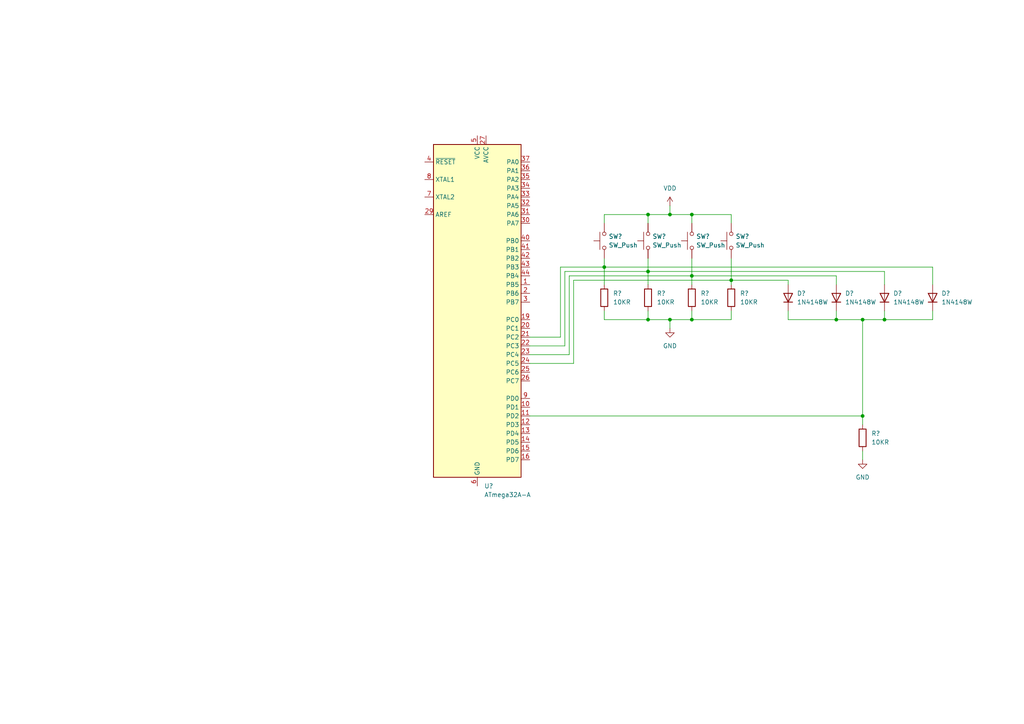
<source format=kicad_sch>
(kicad_sch (version 20211123) (generator eeschema)
  (paper "A4")
  (lib_symbols
    (symbol "Device:R" (pin_numbers hide) (pin_names (offset 0))
      (property "Reference" "R" (at 2.032 0 90))
      (property "Value" "R" (at 0 0 90))
      (symbol "R_0_1"
        (rectangle (start -1.016 -2.54) (end 1.016 2.54) (stroke (width 0.254)))
      )
      (symbol "R_1_1"
        (pin passive line (at 0 3.81 270) (length 1.27) (name "~") (number "1"))
        (pin passive line (at 0 -3.81 90) (length 1.27) (name "~") (number "2"))
      )
    )
    (symbol "Diode:1N4148W" (pin_numbers hide) (pin_names (offset 1.016) hide)
      (property "Reference" "D" (at 0 2.54 0))
      (property "Value" "1N4148W" (at 0 -2.54 0))
      (symbol "1N4148W_0_1"
        (polyline (pts (xy -1.27 1.27) (xy -1.27 -1.27)) (stroke (width 0.254)))
        (polyline (pts (xy 1.27 0) (xy -1.27 0)))
        (polyline (pts (xy 1.27 1.27) (xy 1.27 -1.27) (xy -1.27 0) (xy 1.27 1.27)) (stroke (width 0.254)))
      )
      (symbol "1N4148W_1_1"
        (pin passive line (at -3.81 0 0) (length 2.54) (name "K") (number "1"))
        (pin passive line (at 3.81 0 180) (length 2.54) (name "A") (number "2"))
      )
    )
    (symbol "MCU_Microchip_ATmega:ATmega32A-A"
      (property "Reference" "U" (at -12.7 49.53 0))
      (property "Value" "ATmega32A-A" (at 2.54 -49.53 0))
      (symbol "ATmega32A-A_0_1"
        (rectangle (start -12.7 -48.26) (end 12.7 48.26) (stroke (width 0.254)) (fill (type background)))
      )
      (symbol "ATmega32A-A_1_1"
        (pin bidirectional line (at 15.24 7.62 180) (length 2.54) (name "PB5") (number "1"))
        (pin bidirectional line (at 15.24 -27.94 180) (length 2.54) (name "PD1") (number "10"))
        (pin bidirectional line (at 15.24 -30.48 180) (length 2.54) (name "PD2") (number "11"))
        (pin bidirectional line (at 15.24 -33.02 180) (length 2.54) (name "PD3") (number "12"))
        (pin bidirectional line (at 15.24 -35.56 180) (length 2.54) (name "PD4") (number "13"))
        (pin bidirectional line (at 15.24 -38.1 180) (length 2.54) (name "PD5") (number "14"))
        (pin bidirectional line (at 15.24 -40.64 180) (length 2.54) (name "PD6") (number "15"))
        (pin bidirectional line (at 15.24 -43.18 180) (length 2.54) (name "PD7") (number "16"))
        (pin passive line (at 0 50.8 270) (length 2.54) hide (name "VCC") (number "17"))
        (pin passive line (at 0 -50.8 90) (length 2.54) hide (name "GND") (number "18"))
        (pin bidirectional line (at 15.24 -2.54 180) (length 2.54) (name "PC0") (number "19"))
        (pin bidirectional line (at 15.24 5.08 180) (length 2.54) (name "PB6") (number "2"))
        (pin bidirectional line (at 15.24 -5.08 180) (length 2.54) (name "PC1") (number "20"))
        (pin bidirectional line (at 15.24 -7.62 180) (length 2.54) (name "PC2") (number "21"))
        (pin bidirectional line (at 15.24 -10.16 180) (length 2.54) (name "PC3") (number "22"))
        (pin bidirectional line (at 15.24 -12.7 180) (length 2.54) (name "PC4") (number "23"))
        (pin bidirectional line (at 15.24 -15.24 180) (length 2.54) (name "PC5") (number "24"))
        (pin bidirectional line (at 15.24 -17.78 180) (length 2.54) (name "PC6") (number "25"))
        (pin bidirectional line (at 15.24 -20.32 180) (length 2.54) (name "PC7") (number "26"))
        (pin power_in line (at 2.54 50.8 270) (length 2.54) (name "AVCC") (number "27"))
        (pin passive line (at 0 -50.8 90) (length 2.54) hide (name "GND") (number "28"))
        (pin passive line (at -15.24 27.94 0) (length 2.54) (name "AREF") (number "29"))
        (pin bidirectional line (at 15.24 2.54 180) (length 2.54) (name "PB7") (number "3"))
        (pin bidirectional line (at 15.24 25.4 180) (length 2.54) (name "PA7") (number "30"))
        (pin bidirectional line (at 15.24 27.94 180) (length 2.54) (name "PA6") (number "31"))
        (pin bidirectional line (at 15.24 30.48 180) (length 2.54) (name "PA5") (number "32"))
        (pin bidirectional line (at 15.24 33.02 180) (length 2.54) (name "PA4") (number "33"))
        (pin bidirectional line (at 15.24 35.56 180) (length 2.54) (name "PA3") (number "34"))
        (pin bidirectional line (at 15.24 38.1 180) (length 2.54) (name "PA2") (number "35"))
        (pin bidirectional line (at 15.24 40.64 180) (length 2.54) (name "PA1") (number "36"))
        (pin bidirectional line (at 15.24 43.18 180) (length 2.54) (name "PA0") (number "37"))
        (pin passive line (at 0 50.8 270) (length 2.54) hide (name "VCC") (number "38"))
        (pin passive line (at 0 -50.8 90) (length 2.54) hide (name "GND") (number "39"))
        (pin input line (at -15.24 43.18 0) (length 2.54) (name "~{RESET}") (number "4"))
        (pin bidirectional line (at 15.24 20.32 180) (length 2.54) (name "PB0") (number "40"))
        (pin bidirectional line (at 15.24 17.78 180) (length 2.54) (name "PB1") (number "41"))
        (pin bidirectional line (at 15.24 15.24 180) (length 2.54) (name "PB2") (number "42"))
        (pin bidirectional line (at 15.24 12.7 180) (length 2.54) (name "PB3") (number "43"))
        (pin bidirectional line (at 15.24 10.16 180) (length 2.54) (name "PB4") (number "44"))
        (pin power_in line (at 0 50.8 270) (length 2.54) (name "VCC") (number "5"))
        (pin power_in line (at 0 -50.8 90) (length 2.54) (name "GND") (number "6"))
        (pin output line (at -15.24 33.02 0) (length 2.54) (name "XTAL2") (number "7"))
        (pin input line (at -15.24 38.1 0) (length 2.54) (name "XTAL1") (number "8"))
        (pin bidirectional line (at 15.24 -25.4 180) (length 2.54) (name "PD0") (number "9"))
      )
    )
    (symbol "Switch:SW_Push" (pin_numbers hide) (pin_names (offset 1.016) hide)
      (property "Reference" "SW" (at 1.27 2.54 0))
      (property "Value" "SW_Push" (at 0 -1.524 0))
      (symbol "SW_Push_0_1"
        (circle (center -2.032 0) (radius 0.508))
        (polyline (pts (xy 0 1.27) (xy 0 3.048)))
        (polyline (pts (xy 2.54 1.27) (xy -2.54 1.27)))
        (circle (center 2.032 0) (radius 0.508))
        (pin passive line (at -5.08 0 0) (length 2.54) (name "1") (number "1"))
        (pin passive line (at 5.08 0 180) (length 2.54) (name "2") (number "2"))
      )
    )
    (symbol "power:GND" (power) (pin_names (offset 0))
      (property "Value" "GND" (at 0 -3.81 0))
      (symbol "GND_0_1"
        (polyline (pts (xy 0 0) (xy 0 -1.27) (xy 1.27 -1.27) (xy 0 -2.54) (xy -1.27 -1.27) (xy 0 -1.27)))
      )
      (symbol "GND_1_1"
        (pin power_in line (at 0 0 270) (length 0) hide (name "GND") (number "1"))
      )
    )
    (symbol "power:VDD" (power) (pin_names (offset 0))
      (property "Value" "VDD" (at 0 3.81 0))
      (symbol "VDD_0_1"
        (polyline (pts (xy -0.762 1.27) (xy 0 2.54)))
        (polyline (pts (xy 0 0) (xy 0 2.54)))
        (polyline (pts (xy 0 2.54) (xy 0.762 1.27)))
      )
      (symbol "VDD_1_1"
        (pin power_in line (at 0 0 90) (length 0) hide (name "VDD") (number "1"))
      )
    )
  )
  (junction (at 175.26 77.47))
  (junction (at 256.54 92.71))
  (junction (at 187.96 78.74))
  (junction (at 200.66 62.23))
  (junction (at 200.66 92.71))
  (junction (at 250.19 92.71))
  (junction (at 194.31 92.71))
  (junction (at 187.96 62.23))
  (junction (at 242.57 92.71))
  (junction (at 250.19 120.65))
  (junction (at 212.09 81.28))
  (junction (at 187.96 92.71))
  (junction (at 194.31 62.23))
  (junction (at 200.66 80.01))
  (wire (pts (xy 194.31 59.69) (xy 194.31 62.23)))
  (wire (pts (xy 153.67 105.41) (xy 166.37 105.41)))
  (wire (pts (xy 187.96 62.23) (xy 187.96 64.77)))
  (wire (pts (xy 228.6 82.55) (xy 228.6 81.28)))
  (wire (pts (xy 256.54 78.74) (xy 187.96 78.74)))
  (wire (pts (xy 228.6 92.71) (xy 242.57 92.71)))
  (wire (pts (xy 200.66 62.23) (xy 200.66 64.77)))
  (wire (pts (xy 250.19 92.71) (xy 256.54 92.71)))
  (wire (pts (xy 256.54 92.71) (xy 270.51 92.71)))
  (wire (pts (xy 162.56 77.47) (xy 175.26 77.47)))
  (wire (pts (xy 242.57 92.71) (xy 250.19 92.71)))
  (wire (pts (xy 187.96 74.93) (xy 187.96 78.74)))
  (wire (pts (xy 163.83 100.33) (xy 163.83 78.74)))
  (wire (pts (xy 175.26 62.23) (xy 175.26 64.77)))
  (wire (pts (xy 200.66 92.71) (xy 212.09 92.71)))
  (wire (pts (xy 270.51 92.71) (xy 270.51 90.17)))
  (wire (pts (xy 194.31 92.71) (xy 194.31 95.25)))
  (wire (pts (xy 153.67 97.79) (xy 162.56 97.79)))
  (wire (pts (xy 194.31 92.71) (xy 200.66 92.71)))
  (wire (pts (xy 228.6 90.17) (xy 228.6 92.71)))
  (wire (pts (xy 187.96 90.17) (xy 187.96 92.71)))
  (wire (pts (xy 242.57 80.01) (xy 200.66 80.01)))
  (wire (pts (xy 212.09 64.77) (xy 212.09 62.23)))
  (wire (pts (xy 187.96 62.23) (xy 175.26 62.23)))
  (wire (pts (xy 187.96 78.74) (xy 187.96 82.55)))
  (wire (pts (xy 165.1 80.01) (xy 200.66 80.01)))
  (wire (pts (xy 250.19 130.81) (xy 250.19 133.35)))
  (wire (pts (xy 242.57 82.55) (xy 242.57 80.01)))
  (wire (pts (xy 250.19 120.65) (xy 250.19 92.71)))
  (wire (pts (xy 200.66 90.17) (xy 200.66 92.71)))
  (wire (pts (xy 187.96 92.71) (xy 194.31 92.71)))
  (wire (pts (xy 153.67 100.33) (xy 163.83 100.33)))
  (wire (pts (xy 242.57 90.17) (xy 242.57 92.71)))
  (wire (pts (xy 175.26 77.47) (xy 175.26 82.55)))
  (wire (pts (xy 166.37 81.28) (xy 212.09 81.28)))
  (wire (pts (xy 162.56 97.79) (xy 162.56 77.47)))
  (wire (pts (xy 270.51 77.47) (xy 175.26 77.47)))
  (wire (pts (xy 212.09 62.23) (xy 200.66 62.23)))
  (wire (pts (xy 212.09 74.93) (xy 212.09 81.28)))
  (wire (pts (xy 153.67 120.65) (xy 250.19 120.65)))
  (wire (pts (xy 166.37 105.41) (xy 166.37 81.28)))
  (wire (pts (xy 163.83 78.74) (xy 187.96 78.74)))
  (wire (pts (xy 256.54 90.17) (xy 256.54 92.71)))
  (wire (pts (xy 175.26 92.71) (xy 187.96 92.71)))
  (wire (pts (xy 270.51 82.55) (xy 270.51 77.47)))
  (wire (pts (xy 250.19 120.65) (xy 250.19 123.19)))
  (wire (pts (xy 153.67 102.87) (xy 165.1 102.87)))
  (wire (pts (xy 200.66 74.93) (xy 200.66 80.01)))
  (wire (pts (xy 228.6 81.28) (xy 212.09 81.28)))
  (wire (pts (xy 194.31 62.23) (xy 187.96 62.23)))
  (wire (pts (xy 175.26 74.93) (xy 175.26 77.47)))
  (wire (pts (xy 200.66 62.23) (xy 194.31 62.23)))
  (wire (pts (xy 212.09 81.28) (xy 212.09 82.55)))
  (wire (pts (xy 256.54 82.55) (xy 256.54 78.74)))
  (wire (pts (xy 165.1 102.87) (xy 165.1 80.01)))
  (wire (pts (xy 212.09 92.71) (xy 212.09 90.17)))
  (wire (pts (xy 200.66 80.01) (xy 200.66 82.55)))
  (wire (pts (xy 175.26 90.17) (xy 175.26 92.71)))
  (symbol (lib_id "power:GND") (at 194.31 95.25 0) (unit 1)
    (property "Reference" "#PWR?" (effects hide))
    (property "Value" "GND" (at 194.31 100.33 0))
  )
  (symbol (lib_id "Diode:1N4148W") (at 228.6 86.36 90) (unit 1)
    (property "Reference" "D?" (at 231.14 85.0899 90) (effects (justify right)))
    (property "Value" "1N4148W" (at 231.14 87.6299 90) (effects (justify right)))
    (property "Footprint" "Diode_SMD:D_SOD-123" (effects hide))
    (property "Datasheet" "https://www.vishay.com/docs/85748/1n4148w.pdf" (effects hide))
  )
  (symbol (lib_id "Switch:SW_Push") (at 187.96 69.85 90) (unit 1)
    (property "Reference" "SW?" (at 189.23 68.5799 90) (effects (justify right)))
    (property "Value" "SW_Push" (at 189.23 71.1199 90) (effects (justify right)))
  )
  (symbol (lib_id "Device:R") (at 175.26 86.36 0) (unit 1)
    (property "Reference" "R?" (at 177.8 85.0899 0) (effects (justify left)))
    (property "Value" "10KR" (at 177.8 87.6299 0) (effects (justify left)))
    (property "Footprint" "Resistor_SMD:R_0603_1608Metric" (effects hide))
  )
  (symbol (lib_id "Diode:1N4148W") (at 242.57 86.36 90) (unit 1)
    (property "Reference" "D?" (at 245.11 85.0899 90) (effects (justify right)))
    (property "Value" "1N4148W" (at 245.11 87.6299 90) (effects (justify right)))
    (property "Footprint" "Diode_SMD:D_SOD-123" (effects hide))
    (property "Datasheet" "https://www.vishay.com/docs/85748/1n4148w.pdf" (effects hide))
  )
  (symbol (lib_id "Device:R") (at 212.09 86.36 0) (unit 1)
    (property "Reference" "R?" (at 214.63 85.0899 0) (effects (justify left)))
    (property "Value" "10KR" (at 214.63 87.6299 0) (effects (justify left)))
    (property "Footprint" "Resistor_SMD:R_0201_0603Metric" (effects hide))
  )
  (symbol (lib_id "MCU_Microchip_ATmega:ATmega32A-A") (at 138.43 90.17 0) (unit 1)
    (property "Reference" "U?" (at 140.4494 140.97 0) (effects (justify left)))
    (property "Value" "ATmega32A-A" (at 140.4494 143.51 0) (effects (justify left)))
    (property "Footprint" "Package_QFP:TQFP-44_10x10mm_P0.8mm" (effects hide))
    (property "Datasheet" "http://ww1.microchip.com/downloads/en/DeviceDoc/atmel-8155-8-bit-microcontroller-avr-atmega32a_datasheet.pdf" (effects hide))
  )
  (symbol (lib_id "power:GND") (at 250.19 133.35 0) (unit 1)
    (property "Reference" "#PWR?" (effects hide))
    (property "Value" "GND" (at 250.19 138.43 0))
  )
  (symbol (lib_id "Switch:SW_Push") (at 175.26 69.85 90) (unit 1)
    (property "Reference" "SW?" (at 176.53 68.5799 90) (effects (justify right)))
    (property "Value" "SW_Push" (at 176.53 71.1199 90) (effects (justify right)))
  )
  (symbol (lib_id "Device:R") (at 250.19 127 0) (unit 1)
    (property "Reference" "R?" (at 252.73 125.7299 0) (effects (justify left)))
    (property "Value" "10KR" (at 252.73 128.2699 0) (effects (justify left)))
    (property "Footprint" "Resistor_SMD:R_0201_0603Metric" (effects hide))
  )
  (symbol (lib_id "Diode:1N4148W") (at 270.51 86.36 90) (unit 1)
    (property "Reference" "D?" (at 273.05 85.0899 90) (effects (justify right)))
    (property "Value" "1N4148W" (at 273.05 87.6299 90) (effects (justify right)))
    (property "Footprint" "Diode_SMD:D_SOD-123" (effects hide))
    (property "Datasheet" "https://www.vishay.com/docs/85748/1n4148w.pdf" (effects hide))
  )
  (symbol (lib_id "power:VDD") (at 194.31 59.69 0) (unit 1)
    (property "Reference" "#PWR?" (effects hide))
    (property "Value" "VDD" (at 194.31 54.61 0))
  )
  (symbol (lib_id "Switch:SW_Push") (at 212.09 69.85 90) (unit 1)
    (property "Reference" "SW?" (at 213.36 68.5799 90) (effects (justify right)))
    (property "Value" "SW_Push" (at 213.36 71.1199 90) (effects (justify right)))
  )
  (symbol (lib_id "Device:R") (at 187.96 86.36 0) (unit 1)
    (property "Reference" "R?" (at 190.5 85.0899 0) (effects (justify left)))
    (property "Value" "10KR" (at 190.5 87.6299 0) (effects (justify left)))
    (property "Footprint" "Resistor_SMD:R_0201_0603Metric" (effects hide))
  )
  (symbol (lib_id "Switch:SW_Push") (at 200.66 69.85 90) (unit 1)
    (property "Reference" "SW?" (at 201.93 68.5799 90) (effects (justify right)))
    (property "Value" "SW_Push" (at 201.93 71.1199 90) (effects (justify right)))
  )
  (symbol (lib_id "Diode:1N4148W") (at 256.54 86.36 90) (unit 1)
    (property "Reference" "D?" (at 259.08 85.0899 90) (effects (justify right)))
    (property "Value" "1N4148W" (at 259.08 87.6299 90) (effects (justify right)))
    (property "Footprint" "Diode_SMD:D_SOD-123" (effects hide))
    (property "Datasheet" "https://www.vishay.com/docs/85748/1n4148w.pdf" (effects hide))
  )
  (symbol (lib_id "Device:R") (at 200.66 86.36 0) (unit 1)
    (property "Reference" "R?" (at 203.2 85.0899 0) (effects (justify left)))
    (property "Value" "10KR" (at 203.2 87.6299 0) (effects (justify left)))
    (property "Footprint" "Resistor_SMD:R_0201_0603Metric" (effects hide))
  )
)
</source>
